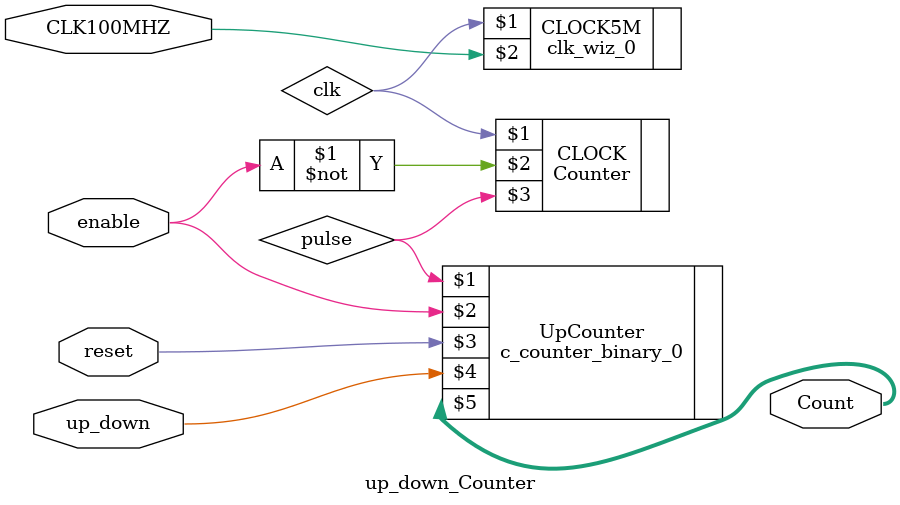
<source format=v>
`timescale 1ns / 1ps



module up_down_Counter #(parameter COUNT_SIZE = 8) (
    input CLK100MHZ,
    input up_down,
    input enable,
    input reset,
    output [COUNT_SIZE - 1:0] Count
    );
    
    wire pulse,clk;
    clk_wiz_0 CLOCK5M (clk,CLK100MHZ);
	Counter CLOCK (clk,~enable,pulse);
	c_counter_binary_0 UpCounter (pulse,enable,reset,up_down,Count);

endmodule

</source>
